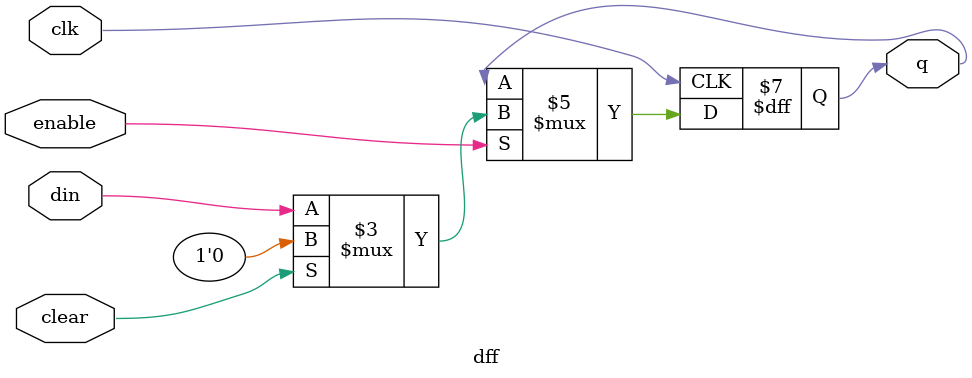
<source format=v>
module dff(din,clk,clear,enable,q);
input din;
input enable,clk,clear;
output reg q;
always @(negedge clk)
if(enable)
begin
if(clear)
q<=0;
else
q<=din;
end 
endmodule

</source>
